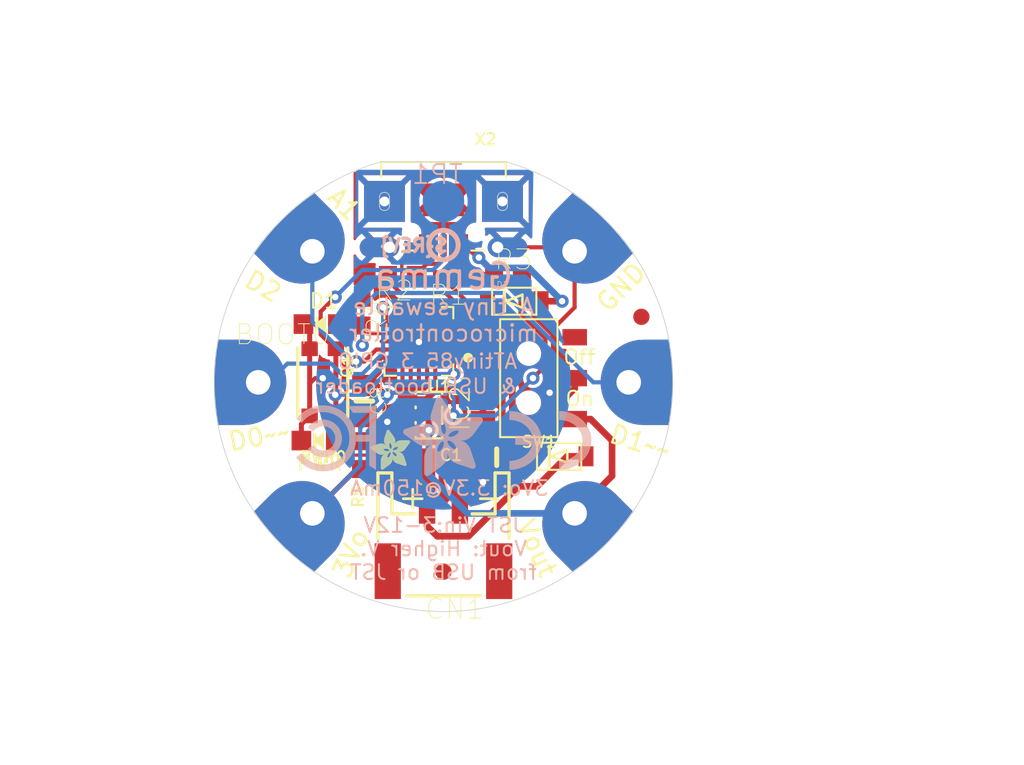
<source format=kicad_pcb>
(kicad_pcb (version 20221018) (generator pcbnew)
  (layers (0 "F.Cu" signal) (1 "In1.Cu" signal) (2 "In2.Cu" signal) (3 "In3.Cu" signal) (4 "In4.Cu" signal) (5 "In5.Cu" signal) (6 "In6.Cu" signal) (7 "In7.Cu" signal) (8 "In8.Cu" signal) (9 "In9.Cu" signal) (10 "In10.Cu" signal) (11 "In11.Cu" signal) (12 "In12.Cu" signal) (13 "In13.Cu" signal) (14 "In14.Cu" signal) (31 "B.Cu" signal) (34 "B.Paste" user) (35 "F.Paste" user) (36 "B.SilkS" user "B.Silkscreen") (37 "F.SilkS" user "F.Silkscreen") (38 "B.Mask" user) (39 "F.Mask" user) (44 "Edge.Cuts" user))
  (net 0 "")
  (net 1 "N$3")
  (net 2 "N$4")
  (net 3 "GND")
  (net 4 "+3V3")
  (net 5 "N$2")
  (net 6 "N$5")
  (net 7 "VBUS")
  (net 8 "B0")
  (net 9 "B2")
  (net 10 "N$1")
  (net 11 "B1")
  (net 12 "N$6")
  (net 13 "VBAT")
  (net 14 "N$7")
  (net 15 "N$8")
  (net 16 "N$9")
  (footprint "working:SEWINGTAP_2.0" (layer "F.Cu") (at 156.5021 112.738005 -135)
    (fp_text reference "VBAT0" hide)
    (fp_text value "SEWTAP-2.0IN" hide)
    (fp_poly (pts (xy 1.097845 -2.657662) (xy 1.826708 -2.584729) (xy 2.6035 -2.467646) (xy 2.6035 -0.887081) (xy 2.584633 -0.575169) (xy 2.527959 -0.265914) (xy 2.434423 0.034255) (xy 2.305387 0.320961) (xy 2.142734 0.590022) (xy 1.948834 0.837517) (xy 1.726517 1.059834) (xy 1.479022 1.253734) (xy 1.209961 1.416387) (xy 0.923255 1.545423) (xy 0.623086 1.638959) (xy 0.313831 1.695633) (xy 0 1.714616) (xy -0.313831 1.695633) (xy -0.623086 1.638959) (xy -0.923255 1.545423) (xy -1.209961 1.416387) (xy -1.479022 1.253734) (xy -1.726517 1.059834) (xy -1.948834 0.837517) (xy -2.142734 0.590022) (xy -2.305387 0.320961) (xy -2.434423 0.034255) (xy -2.527959 -0.265914) (xy -2.584633 -0.575169) (xy -2.6035 -0.887081) (xy -2.6035 -2.467646) (xy -1.826708 -2.584729) (xy -1.097845 -2.657662) (xy -0.366252 -2.694174) (xy 0.366252 -2.694174)) (fill solid) (layer "F.Cu"))
    (fp_poly (pts (xy 1.097845 -2.657662) (xy 1.826708 -2.584729) (xy 2.6035 -2.467646) (xy 2.6035 -0.887081) (xy 2.584633 -0.575169) (xy 2.527959 -0.265914) (xy 2.434423 0.034255) (xy 2.305387 0.320961) (xy 2.142734 0.590022) (xy 1.948834 0.837517) (xy 1.726517 1.059834) (xy 1.479022 1.253734) (xy 1.209961 1.416387) (xy 0.923255 1.545423) (xy 0.623086 1.638959) (xy 0.313831 1.695633) (xy 0 1.714616) (xy -0.313831 1.695633) (xy -0.623086 1.638959) (xy -0.923255 1.545423) (xy -1.209961 1.416387) (xy -1.479022 1.253734) (xy -1.726517 1.059834) (xy -1.948834 0.837517) (xy -2.142734 0.590022) (xy -2.305387 0.320961) (xy -2.434423 0.034255) (xy -2.527959 -0.265914) (xy -2.584633 -0.575169) (xy -2.6035 -0.887081) (xy -2.6035 -2.467646) (xy -1.826708 -2.584729) (xy -1.097845 -2.657662) (xy -0.366252 -2.694174) (xy 0.366252 -2.694174)) (fill solid) (layer "B.Cu"))
    (pad "P$1" thru_hole circle (at 0 0 225) (size 2.54 2.54) (drill 1.5) (layers "*.Cu" "*.Mask") (net 14 "N$7"))
  )
  (footprint "working:0603-NO" (layer "F.Cu") (at 143.4211 109.182005 -90)
    (fp_text reference "R5" (at 1.778 0.127 90) (layer "F.SilkS") (effects (font (size 0.692831 0.692831) (thickness 0.119969)) (justify right)))
    (fp_text value "470 (0603)")
    (pad "1" smd rect (at -0.85 0 270) (size 1.1 1) (layers "F.Cu" "F.Paste" "F.Mask") (net 15 "N$8"))
    (pad "2" smd rect (at 0.85 0 270) (size 1.1 1) (layers "F.Cu" "F.Paste" "F.Mask") (net 4 "+3V3"))
  )
  (footprint "working:FIDUCIAL_1MM" (layer "F.Cu") (at 148.5011 116.297005)
    (fp_text reference "U$6" hide)
    (fp_text value "FIDUCIAL\"\"" hide)
    (pad "1" smd roundrect (at 0 0) (size 1 1) (layers "F.Cu" "F.Mask") (roundrect_rratio 0.5))
  )
  (footprint "working:0603-NO" (layer "F.Cu") (at 149.2631 98.387005 180)
    (fp_text reference "R1" (at -0.762 -1.016) (layer "F.SilkS") (effects (font (size 1.21668 1.21668) (thickness 0.05332)) (justify right)))
    (fp_text value "68 (0603)")
    (pad "1" smd rect (at -0.85 0 180) (size 1.1 1) (layers "F.Cu" "F.Paste" "F.Mask") (net 6 "N$5"))
    (pad "2" smd rect (at 0.85 0 180) (size 1.1 1) (layers "F.Cu" "F.Paste" "F.Mask") (net 1 "N$3"))
  )
  (footprint "working:SEWINGTAP_2.0" (layer "F.Cu") (at 159.8041 104.737005 -90)
    (fp_text reference "B1" hide)
    (fp_text value "SEWTAP-2.0IN" hide)
    (fp_poly (pts (xy 1.097845 -2.657662) (xy 1.826708 -2.584729) (xy 2.6035 -2.467646) (xy 2.6035 -0.887081) (xy 2.584633 -0.575169) (xy 2.527959 -0.265914) (xy 2.434423 0.034255) (xy 2.305387 0.320961) (xy 2.142734 0.590022) (xy 1.948834 0.837517) (xy 1.726517 1.059834) (xy 1.479022 1.253734) (xy 1.209961 1.416387) (xy 0.923255 1.545423) (xy 0.623086 1.638959) (xy 0.313831 1.695633) (xy 0 1.714616) (xy -0.313831 1.695633) (xy -0.623086 1.638959) (xy -0.923255 1.545423) (xy -1.209961 1.416387) (xy -1.479022 1.253734) (xy -1.726517 1.059834) (xy -1.948834 0.837517) (xy -2.142734 0.590022) (xy -2.305387 0.320961) (xy -2.434423 0.034255) (xy -2.527959 -0.265914) (xy -2.584633 -0.575169) (xy -2.6035 -0.887081) (xy -2.6035 -2.467646) (xy -1.826708 -2.584729) (xy -1.097845 -2.657662) (xy -0.366252 -2.694174) (xy 0.366252 -2.694174)) (fill solid) (layer "F.Cu"))
    (fp_poly (pts (xy 1.097845 -2.657662) (xy 1.826708 -2.584729) (xy 2.6035 -2.467646) (xy 2.6035 -0.887081) (xy 2.584633 -0.575169) (xy 2.527959 -0.265914) (xy 2.434423 0.034255) (xy 2.305387 0.320961) (xy 2.142734 0.590022) (xy 1.948834 0.837517) (xy 1.726517 1.059834) (xy 1.479022 1.253734) (xy 1.209961 1.416387) (xy 0.923255 1.545423) (xy 0.623086 1.638959) (xy 0.313831 1.695633) (xy 0 1.714616) (xy -0.313831 1.695633) (xy -0.623086 1.638959) (xy -0.923255 1.545423) (xy -1.209961 1.416387) (xy -1.479022 1.253734) (xy -1.726517 1.059834) (xy -1.948834 0.837517) (xy -2.142734 0.590022) (xy -2.305387 0.320961) (xy -2.434423 0.034255) (xy -2.527959 -0.265914) (xy -2.584633 -0.575169) (xy -2.6035 -0.887081) (xy -2.6035 -2.467646) (xy -1.826708 -2.584729) (xy -1.097845 -2.657662) (xy -0.366252 -2.694174) (xy 0.366252 -2.694174)) (fill solid) (layer "B.Cu"))
    (pad "P$1" thru_hole circle (at 0 0 270) (size 2.54 2.54) (drill 1.5) (layers "*.Cu" "*.Mask") (net 11 "B1"))
  )
  (footprint "working:SEWINGTAP_2.0" (layer "F.Cu") (at 156.5021 96.736005 -45)
    (fp_text reference "GND0" hide)
    (fp_text value "SEWTAP-2.0IN" hide)
    (fp_poly (pts (xy 1.097845 -2.657662) (xy 1.826708 -2.584729) (xy 2.6035 -2.467646) (xy 2.6035 -0.887081) (xy 2.584633 -0.575169) (xy 2.527959 -0.265914) (xy 2.434423 0.034255) (xy 2.305387 0.320961) (xy 2.142734 0.590022) (xy 1.948834 0.837517) (xy 1.726517 1.059834) (xy 1.479022 1.253734) (xy 1.209961 1.416387) (xy 0.923255 1.545423) (xy 0.623086 1.638959) (xy 0.313831 1.695633) (xy 0 1.714616) (xy -0.313831 1.695633) (xy -0.623086 1.638959) (xy -0.923255 1.545423) (xy -1.209961 1.416387) (xy -1.479022 1.253734) (xy -1.726517 1.059834) (xy -1.948834 0.837517) (xy -2.142734 0.590022) (xy -2.305387 0.320961) (xy -2.434423 0.034255) (xy -2.527959 -0.265914) (xy -2.584633 -0.575169) (xy -2.6035 -0.887081) (xy -2.6035 -2.467646) (xy -1.826708 -2.584729) (xy -1.097845 -2.657662) (xy -0.366252 -2.694174) (xy 0.366252 -2.694174)) (fill solid) (layer "F.Cu"))
    (fp_poly (pts (xy 1.097845 -2.657662) (xy 1.826708 -2.584729) (xy 2.6035 -2.467646) (xy 2.6035 -0.887081) (xy 2.584633 -0.575169) (xy 2.527959 -0.265914) (xy 2.434423 0.034255) (xy 2.305387 0.320961) (xy 2.142734 0.590022) (xy 1.948834 0.837517) (xy 1.726517 1.059834) (xy 1.479022 1.253734) (xy 1.209961 1.416387) (xy 0.923255 1.545423) (xy 0.623086 1.638959) (xy 0.313831 1.695633) (xy 0 1.714616) (xy -0.313831 1.695633) (xy -0.623086 1.638959) (xy -0.923255 1.545423) (xy -1.209961 1.416387) (xy -1.479022 1.253734) (xy -1.726517 1.059834) (xy -1.948834 0.837517) (xy -2.142734 0.590022) (xy -2.305387 0.320961) (xy -2.434423 0.034255) (xy -2.527959 -0.265914) (xy -2.584633 -0.575169) (xy -2.6035 -0.887081) (xy -2.6035 -2.467646) (xy -1.826708 -2.584729) (xy -1.097845 -2.657662) (xy -0.366252 -2.694174) (xy 0.366252 -2.694174)) (fill solid) (layer "B.Cu"))
    (pad "P$1" thru_hole circle (at 0 0 315) (size 2.54 2.54) (drill 1.5) (layers "*.Cu" "*.Mask") (net 3 "GND"))
  )
  (footprint "working:SOD-123FL" (layer "F.Cu") (at 155.5591 109.255005)
    (fp_text reference "D3" (at -1.1 -1) (layer "F.SilkS") (effects (font (size 0.376489 0.376489) (thickness 0.029911)) (justify left)))
    (fp_text value "SCHOTTKY")
    (pad "A" smd rect (at 1.6375 0) (size 0.91 1.22) (layers "F.Cu" "F.Paste" "F.Mask") (net 13 "VBAT"))
    (pad "C" smd rect (at -1.6375 0) (size 0.91 1.22) (layers "F.Cu" "F.Paste" "F.Mask") (net 16 "N$9"))
  )
  (footprint "working:0603-NO" (layer "F.Cu") (at 152.4381 98.133005)
    (fp_text reference "R3" (at -0.889 -0.889) (layer "F.SilkS") (effects (font (size 1.21668 1.21668) (thickness 0.05332)) (justify left)))
    (fp_text value "1.5K (0603)")
    (pad "1" smd rect (at -0.85 0) (size 1.1 1) (layers "F.Cu" "F.Paste" "F.Mask") (net 6 "N$5"))
    (pad "2" smd rect (at 0.85 0) (size 1.1 1) (layers "F.Cu" "F.Paste" "F.Mask") (net 4 "+3V3"))
  )
  (footprint "working:EG1390" (layer "F.Cu") (at 153.7081 104.483005 90)
    (fp_text reference "SW1" (at -3.886 1.764) (layer "F.SilkS") (effects (font (size 0.692831 0.692831) (thickness 0.119969)) (justify right)))
    (fp_text value "")
    (pad "" np_thru_hole circle (at -1.5 0 90) (size 1 1) (drill 1) (layers "*.Cu" "*.Mask"))
    (pad "" np_thru_hole circle (at 1.5 0 90) (size 1 1) (drill 1) (layers "*.Cu" "*.Mask"))
    (pad "O1" smd rect (at -2.5 -2.8 90) (size 1 1.5) (layers "F.Cu" "F.Paste" "F.Mask") (net 14 "N$7"))
    (pad "O2" smd rect (at -2.5 2.8 90) (size 1 1.5) (layers "F.Cu" "F.Paste" "F.Mask") (net 14 "N$7"))
    (pad "P1" smd rect (at 0 -2.8 90) (size 1 1.5) (layers "F.Cu" "F.Paste" "F.Mask") (net 16 "N$9"))
    (pad "P2" smd rect (at 0 2.8 90) (size 1 1.5) (layers "F.Cu" "F.Paste" "F.Mask") (net 16 "N$9"))
    (pad "S1" smd rect (at 2.5 -2.8 90) (size 1 1.5) (layers "F.Cu" "F.Paste" "F.Mask"))
    (pad "S2" smd rect (at 2.5 2.8 90) (size 1 1.5) (layers "F.Cu" "F.Paste" "F.Mask"))
  )
  (footprint "working:JSTPH2" (layer "F.Cu") (at 148.5011 114.770005 180)
    (fp_text reference "CN1" (at -2.54 -3.81) (layer "F.SilkS") (effects (font (size 1.21668 1.21668) (thickness 0.05332)) (justify right)))
    (fp_text value "JST-PH")
    (pad "1" smd rect (at -1 3.7 180) (size 1 4.6) (layers "F.Cu" "F.Paste" "F.Mask") (net 3 "GND"))
    (pad "2" smd rect (at 1 3.7 180) (size 1 4.6) (layers "F.Cu" "F.Paste" "F.Mask") (net 13 "VBAT"))
    (pad "NC1" smd rect (at -3.4 -1.5 270) (size 3.4 1.6) (layers "F.Cu" "F.Paste" "F.Mask"))
    (pad "NC2" smd rect (at 3.4 -1.5 270) (size 3.4 1.6) (layers "F.Cu" "F.Paste" "F.Mask"))
  )
  (footprint "working:0805-NO" (layer "F.Cu") (at 143.6751 105.880005 -90)
    (fp_text reference "C8" (at -1 -0.875 90) (layer "F.SilkS") (effects (font (size 0.96268 0.96268) (thickness 0.05332)) (justify right)))
    (fp_text value "10uF")
    (pad "1" smd rect (at -0.95 0 270) (size 1.3 1.5) (layers "F.Cu" "F.Paste" "F.Mask") (net 4 "+3V3"))
    (pad "2" smd rect (at 0.95 0 270) (size 1.3 1.5) (layers "F.Cu" "F.Paste" "F.Mask") (net 3 "GND"))
  )
  (footprint "working:CHIPLED_0805_NOOUTLINE" (layer "F.Cu") (at 140.8811 108.293005 90)
    (fp_text reference "PWR0" (at -1.016 1.778) (layer "F.SilkS") (effects (font (size 0.692831 0.692831) (thickness 0.119969)) (justify right)))
    (fp_text value "green")
    (pad "A" smd rect (at 0 1.05 90) (size 1.2 1.2) (layers "F.Cu" "F.Paste" "F.Mask") (net 15 "N$8"))
    (pad "C" smd rect (at 0 -1.05 90) (size 1.2 1.2) (layers "F.Cu" "F.Paste" "F.Mask") (net 3 "GND"))
  )
  (footprint "working:SOT23-5L" (layer "F.Cu") (at 147.6121 106.743605 -90)
    (fp_text reference "IC2" (at -1.905 -1.905 90) (layer "F.SilkS") (effects (font (size 1.176528 1.176528) (thickness 0.093472)) (justify right)))
    (fp_text value "MIC5225-3.3v")
    (pad "1" smd rect (at -0.95 1.3 270) (size 0.55 1.2) (layers "F.Cu" "F.Paste" "F.Mask") (net 14 "N$7"))
    (pad "2" smd rect (at 0 1.3 270) (size 0.55 1.2) (layers "F.Cu" "F.Paste" "F.Mask") (net 3 "GND"))
    (pad "3" smd rect (at 0.95 1.3 270) (size 0.55 1.2) (layers "F.Cu" "F.Paste" "F.Mask") (net 14 "N$7"))
    (pad "4" smd rect (at 0.95 -1.3 270) (size 0.55 1.2) (layers "F.Cu" "F.Paste" "F.Mask"))
    (pad "5" smd rect (at -0.95 -1.3 270) (size 0.55 1.2) (layers "F.Cu" "F.Paste" "F.Mask") (net 4 "+3V3"))
  )
  (footprint "working:4UCONN_20329" (layer "F.Cu") (at 148.5011 95.593005 180)
    (fp_text reference "X2" (at -3.31 5.699) (layer "F.SilkS") (effects (font (size 0.692831 0.692831) (thickness 0.119969)) (justify right)))
    (fp_text value "MicroUSB")
    (fp_line (start -3.9 2.2) (end -3.9 1.6) (stroke (width 0.05)) (layer "Edge.Cuts"))
    (fp_line (start -3.3 1.6) (end -3.3 2.2) (stroke (width 0.05)) (layer "Edge.Cuts"))
    (fp_line (start 3.3 2.2) (end 3.3 1.6) (stroke (width 0.05)) (layer "Edge.Cuts"))
    (fp_line (start 3.9 1.6) (end 3.9 2.2) (stroke (width 0.05)) (layer "Edge.Cuts"))
    (fp_arc (start -3.9 1.6) (mid -3.801777 1.412868) (end -3.6 1.35) (stroke (width 0.05)) (layer "Edge.Cuts"))
    (fp_arc (start -3.6 1.35) (mid -3.398223 1.412868) (end -3.3 1.6) (stroke (width 0.05)) (layer "Edge.Cuts"))
    (fp_arc (start -3.6 2.45) (mid -3.801777 2.387132) (end -3.9 2.2) (stroke (width 0.05)) (layer "Edge.Cuts"))
    (fp_arc (start -3.3 2.2) (mid -3.398223 2.387132) (end -3.6 2.45) (stroke (width 0.05)) (layer "Edge.Cuts"))
    (fp_arc (start 3.3 1.6) (mid 3.398223 1.412868) (end 3.6 1.35) (stroke (width 0.05)) (layer "Edge.Cuts"))
    (fp_arc (start 3.6 1.35) (mid 3.801777 1.412868) (end 3.9 1.6) (stroke (width 0.05)) (layer "Edge.Cuts"))
    (fp_arc (start 3.6 2.45) (mid 3.398223 2.387132) (end 3.3 2.2) (stroke (width 0.05)) (layer "Edge.Cuts"))
    (fp_arc (start 3.9 2.2) (mid 3.801777 2.387132) (end 3.6 2.45) (stroke (width 0.05)) (layer "Edge.Cuts"))
    (pad "" np_thru_hole circle (at -1.95 0 180) (size 0.7 0.7) (drill 0.7) (layers "*.Cu" "*.Mask"))
    (pad "" np_thru_hole circle (at 1.95 0 180) (size 0.7 0.7) (drill 0.7) (layers "*.Cu" "*.Mask"))
    (pad "BASE@1" smd rect (at -0.75 2 270) (size 2 1) (layers "F.Cu" "F.Paste" "F.Mask") (net 3 "GND"))
    (pad "BASE@2" smd rect (at 0.75 2 270) (size 2 1) (layers "F.Cu" "F.Paste" "F.Mask") (net 3 "GND"))
    (pad "D+" smd rect (at 0 -0.775 180) (size 0.4 1.35) (layers "F.Cu" "F.Paste") (net 5 "N$2"))
    (pad "D-" smd rect (at -0.65 -0.775 180) (size 0.4 1.35) (layers "F.Cu" "F.Paste") (net 6 "N$5"))
    (pad "GND" smd rect (at 1.3 -0.775 180) (size 0.4 1.35) (layers "F.Cu" "F.Paste") (net 3 "GND"))
    (pad "ID" smd rect (at 0.65 -0.775 180) (size 0.4 1.35) (layers "F.Cu" "F.Paste"))
    (pad "SPRT@1" thru_hole oval (at -3.3 -0.9) (size 2.416 1.208) (drill 0.7 (offset 0.604 0)) (layers "*.Cu" "*.Mask") (net 3 "GND"))
    (pad "SPRT@2" thru_hole oval (at 3.3 -0.9 180) (size 2.416 1.208) (drill 0.7 (offset 0.604 0)) (layers "*.Cu" "*.Mask") (net 3 "GND"))
    (pad "SPRT@3" thru_hole rect (at -3.6 1.9 270) (size 2.5 2.5) (drill 0.6) (layers "*.Cu" "*.Mask") (net 3 "GND"))
    (pad "SPRT@4" thru_hole rect (at 3.6 1.9 270) (size 2.5 2.5) (drill 0.6) (layers "*.Cu" "*.Mask") (net 3 "GND"))
    (pad "VBUS" smd rect (at -1.3 -0.775 180) (size 0.4 1.35) (layers "F.Cu" "F.Paste") (net 7 "VBUS"))
  )
  (footprint "working:SEWINGTAP_2.0" (layer "F.Cu") (at 140.5001 112.738005 135)
    (fp_text reference "UNK3V3" hide)
    (fp_text value "SEWTAP-2.0IN" hide)
    (fp_poly (pts (xy 1.097845 -2.657662) (xy 1.826708 -2.584729) (xy 2.6035 -2.467646) (xy 2.6035 -0.887081) (xy 2.584633 -0.575169) (xy 2.527959 -0.265914) (xy 2.434423 0.034255) (xy 2.305387 0.320961) (xy 2.142734 0.590022) (xy 1.948834 0.837517) (xy 1.726517 1.059834) (xy 1.479022 1.253734) (xy 1.209961 1.416387) (xy 0.923255 1.545423) (xy 0.623086 1.638959) (xy 0.313831 1.695633) (xy 0 1.714616) (xy -0.313831 1.695633) (xy -0.623086 1.638959) (xy -0.923255 1.545423) (xy -1.209961 1.416387) (xy -1.479022 1.253734) (xy -1.726517 1.059834) (xy -1.948834 0.837517) (xy -2.142734 0.590022) (xy -2.305387 0.320961) (xy -2.434423 0.034255) (xy -2.527959 -0.265914) (xy -2.584633 -0.575169) (xy -2.6035 -0.887081) (xy -2.6035 -2.467646) (xy -1.826708 -2.584729) (xy -1.097845 -2.657662) (xy -0.366252 -2.694174) (xy 0.366252 -2.694174)) (fill solid) (layer "F.Cu"))
    (fp_poly (pts (xy 1.097845 -2.657662) (xy 1.826708 -2.584729) (xy 2.6035 -2.467646) (xy 2.6035 -0.887081) (xy 2.584633 -0.575169) (xy 2.527959 -0.265914) (xy 2.434423 0.034255) (xy 2.305387 0.320961) (xy 2.142734 0.590022) (xy 1.948834 0.837517) (xy 1.726517 1.059834) (xy 1.479022 1.253734) (xy 1.209961 1.416387) (xy 0.923255 1.545423) (xy 0.623086 1.638959) (xy 0.313831 1.695633) (xy 0 1.714616) (xy -0.313831 1.695633) (xy -0.623086 1.638959) (xy -0.923255 1.545423) (xy -1.209961 1.416387) (xy -1.479022 1.253734) (xy -1.726517 1.059834) (xy -1.948834 0.837517) (xy -2.142734 0.590022) (xy -2.305387 0.320961) (xy -2.434423 0.034255) (xy -2.527959 -0.265914) (xy -2.584633 -0.575169) (xy -2.6035 -0.887081) (xy -2.6035 -2.467646) (xy -1.826708 -2.584729) (xy -1.097845 -2.657662) (xy -0.366252 -2.694174) (xy 0.366252 -2.694174)) (fill solid) (layer "B.Cu"))
    (pad "P$1" thru_hole circle (at 0 0 135) (size 2.54 2.54) (drill 1.5) (layers "*.Cu" "*.Mask") (net 4 "+3V3"))
  )
  (footprint "working:SEWINGTAP_2.0" (layer "F.Cu") (at 137.1981 104.737005 90)
    (fp_text reference "B0" hide)
    (fp_text value "SEWTAP-2.0IN" hide)
    (fp_poly (pts (xy 1.097845 -2.657662) (xy 1.826708 -2.584729) (xy 2.6035 -2.467646) (xy 2.6035 -0.887081) (xy 2.584633 -0.575169) (xy 2.527959 -0.265914) (xy 2.434423 0.034255) (xy 2.305387 0.320961) (xy 2.142734 0.590022) (xy 1.948834 0.837517) (xy 1.726517 1.059834) (xy 1.479022 1.253734) (xy 1.209961 1.416387) (xy 0.923255 1.545423) (xy 0.623086 1.638959) (xy 0.313831 1.695633) (xy 0 1.714616) (xy -0.313831 1.695633) (xy -0.623086 1.638959) (xy -0.923255 1.545423) (xy -1.209961 1.416387) (xy -1.479022 1.253734) (xy -1.726517 1.059834) (xy -1.948834 0.837517) (xy -2.142734 0.590022) (xy -2.305387 0.320961) (xy -2.434423 0.034255) (xy -2.527959 -0.265914) (xy -2.584633 -0.575169) (xy -2.6035 -0.887081) (xy -2.6035 -2.467646) (xy -1.826708 -2.584729) (xy -1.097845 -2.657662) (xy -0.366252 -2.694174) (xy 0.366252 -2.694174)) (fill solid) (layer "F.Cu"))
    (fp_poly (pts (xy 1.097845 -2.657662) (xy 1.826708 -2.584729) (xy 2.6035 -2.467646) (xy 2.6035 -0.887081) (xy 2.584633 -0.575169) (xy 2.527959 -0.265914) (xy 2.434423 0.034255) (xy 2.305387 0.320961) (xy 2.142734 0.590022) (xy 1.948834 0.837517) (xy 1.726517 1.059834) (xy 1.479022 1.253734) (xy 1.209961 1.416387) (xy 0.923255 1.545423) (xy 0.623086 1.638959) (xy 0.313831 1.695633) (xy 0 1.714616) (xy -0.313831 1.695633) (xy -0.623086 1.638959) (xy -0.923255 1.545423) (xy -1.209961 1.416387) (xy -1.479022 1.253734) (xy -1.726517 1.059834) (xy -1.948834 0.837517) (xy -2.142734 0.590022) (xy -2.305387 0.320961) (xy -2.434423 0.034255) (xy -2.527959 -0.265914) (xy -2.584633 -0.575169) (xy -2.6035 -0.887081) (xy -2.6035 -2.467646) (xy -1.826708 -2.584729) (xy -1.097845 -2.657662) (xy -0.366252 -2.694174) (xy 0.366252 -2.694174)) (fill solid) (layer "B.Cu"))
    (pad "P$1" thru_hole circle (at 0 0 90) (size 2.54 2.54) (drill 1.5) (layers "*.Cu" "*.Mask") (net 8 "B0"))
  )
  (footprint "working:0805-NO" (layer "F.Cu") (at 151.7491 109.309005 180)
    (fp_text reference "C1" (at 2.032 0.127) (layer "F.SilkS") (effects (font (size 0.692831 0.692831) (thickness 0.119969)) (justify right)))
    (fp_text value "10uF")
    (pad "1" smd rect (at -0.95 0 180) (size 1.3 1.5) (layers "F.Cu" "F.Paste" "F.Mask") (net 16 "N$9"))
    (pad "2" smd rect (at 0.95 0 180) (size 1.3 1.5) (layers "F.Cu" "F.Paste" "F.Mask") (net 3 "GND"))
  )
  (footprint "working:0603-NO" (layer "F.Cu") (at 145.9611 98.133005 180)
    (fp_text reference "R2" (at -0.762 -1.016) (layer "F.SilkS") (effects (font (size 1.21668 1.21668) (thickness 0.05332)) (justify right)))
    (fp_text value "68 (0603)")
    (pad "1" smd rect (at -0.85 0 180) (size 1.1 1) (layers "F.Cu" "F.Paste" "F.Mask") (net 5 "N$2"))
    (pad "2" smd rect (at 0.85 0 180) (size 1.1 1) (layers "F.Cu" "F.Paste" "F.Mask") (net 2 "N$4"))
  )
  (footprint "working:BTN_KMR2_4.6X2.8" (layer "F.Cu") (at 141.1351 104.737005 -90)
    (fp_text reference "Q1" (at -1.732 -1.503 90) (layer "F.SilkS") (effects (font (size 0.692831 0.692831) (thickness 0.119969)) (justify right)))
    (fp_text value "reset")
    (pad "A" smd rect (at 2.05 -0.8 270) (size 0.9 1) (layers "F.Cu" "F.Paste" "F.Mask") (net 10 "N$1"))
    (pad "A'" smd rect (at -2.05 -0.8 270) (size 0.9 1) (layers "F.Cu" "F.Paste" "F.Mask") (net 10 "N$1"))
    (pad "B" smd rect (at 2.05 0.8 270) (size 0.9 1) (layers "F.Cu" "F.Paste" "F.Mask") (net 3 "GND"))
    (pad "B'" smd rect (at -2.05 0.8 270) (size 0.9 1) (layers "F.Cu" "F.Paste" "F.Mask") (net 3 "GND"))
  )
  (footprint "working:0603-NO" (layer "F.Cu") (at 143.5481 100.419005 -90)
    (fp_text reference "R4" (at -0.889 -0.889 90) (layer "F.SilkS") (effects (font (size 1.21668 1.21668) (thickness 0.05332)) (justify right)))
    (fp_text value "470 (0603)")
    (pad "1" smd rect (at -0.85 0 270) (size 1.1 1) (layers "F.Cu" "F.Paste" "F.Mask") (net 12 "N$6"))
    (pad "2" smd rect (at 0.85 0 270) (size 1.1 1) (layers "F.Cu" "F.Paste" "F.Mask") (net 11 "B1"))
  )
  (footprint "working:MLF20_4X4MM_0.5MM_ATMEL" (layer "F.Cu") (at 147.0011 102.237005 180)
    (fp_text reference "U1" (at -2.012 -2.77) (layer "F.SilkS") (effects (font (size 0.692831 0.692831) (thickness 0.119969)) (justify right)))
    (fp_text value "ATTINY85")
    (pad "1" smd roundrect (at -2 -1 180) (size 0.8 0.25) (layers "F.Cu" "F.Paste" "F.Mask") (roundrect_rratio 0.5) (net 10 "N$1"))
    (pad "2" smd roundrect (at -2 -0.5 180) (size 0.8 0.25) (layers "F.Cu" "F.Paste" "F.Mask") (roundrect_rratio 0.5) (net 1 "N$3"))
    (pad "3" smd roundrect (at -2 0 180) (size 0.8 0.25) (layers "F.Cu" "F.Paste" "F.Mask") (roundrect_rratio 0.5))
    (pad "4" smd roundrect (at -2 0.5 180) (size 0.8 0.25) (layers "F.Cu" "F.Paste" "F.Mask") (roundrect_rratio 0.5))
    (pad "5" smd roundrect (at -2 1 180) (size 0.8 0.25) (layers "F.Cu" "F.Paste" "F.Mask") (roundrect_rratio 0.5) (net 2 "N$4"))
    (pad "6" smd roundrect (at -1 2 270) (size 0.8 0.25) (layers "F.Cu" "F.Paste" "F.Mask") (roundrect_rratio 0.5))
    (pad "7" smd roundrect (at -0.5 2 270) (size 0.8 0.25) (layers "F.Cu" "F.Paste" "F.Mask") (roundrect_rratio 0.5))
    (pad "8" smd roundrect (at 0 2 270) (size 0.8 0.25) (layers "F.Cu" "F.Paste" "F.Mask") (roundrect_rratio 0.5) (net 3 "GND"))
    (pad "9" smd roundrect (at 0.5 2 270) (size 0.8 0.25) (layers "F.Cu" "F.Paste" "F.Mask") (roundrect_rratio 0.5))
    (pad "10" smd roundrect (at 1 2 270) (size 0.8 0.25) (layers "F.Cu" "F.Paste" "F.Mask") (roundrect_rratio 0.5))
    (pad "11" smd roundrect (at 2 1) (size 0.8 0.25) (layers "F.Cu" "F.Paste" "F.Mask") (roundrect_rratio 0.5) (net 8 "B0"))
    (pad "12" smd roundrect (at 2 0.5) (size 0.8 0.25) (layers "F.Cu" "F.Paste" "F.Mask") (roundrect_rratio 0.5) (net 11 "B1"))
    (pad "13" smd roundrect (at 2 0) (size 0.8 0.25) (layers "F.Cu" "F.Paste" "F.Mask") (roundrect_rratio 0.5))
    (pad "14" smd roundrect (at 2 -0.5) (size 0.8 0.25) (layers "F.Cu" "F.Paste" "F.Mask") (roundrect_rratio 0.5) (net 9 "B2"))
    (pad "15" smd roundrect (at 2 -1) (size 0.8 0.25) (layers "F.Cu" "F.Paste" "F.Mask") (roundrect_rratio 0.5) (net 4 "+3V3"))
    (pad "16" smd roundrect (at 1 -2 90) (size 0.8 0.25) (layers "F.Cu" "F.Paste" "F.Mask") (roundrect_rratio 0.5))
    (pad "17" smd roundrect (at 0.5 -2 90) (size 0.8 0.25) (layers "F.Cu" "F.Paste" "F.Mask") (roundrect_rratio 0.5))
    (pad "18" smd roundrect (at 0 -2 90) (size 0.8 0.25) (layers "F.Cu" "F.Paste" "F.Mask") (roundrect_rratio 0.5))
    (pad "19" smd roundrect (at -0.5 -2 90) (size 0.8 0.25) (layers "F.Cu" "F.Paste" "F.Mask") (roundrect_rratio 0.5))
    (pad "20" smd roundrect (at -1 -2 90) (size 0.8 0.25) (layers "F.Cu" "F.Paste" "F.Mask") (roundrect_rratio 0.5))
    (pad "THERMAL" smd rect (at 0 0 180) (size 2.6 2.6) (layers "F.Cu" "F.Mask") (net 3 "GND"))
  )
  (footprint "working:ADAFRUIT_2.5MM" (layer "F.Cu") (at 146.4691 110.071005 90)
    (fp_text reference "U$2" hide)
    (fp_text value "" hide)
  )
  (footprint "working:SEWINGTAP_2.0" (layer "F.Cu") (at 140.5001 96.736005 45)
    (fp_text reference "B2" hide)
    (fp_text value "SEWTAP-2.0IN" hide)
    (fp_poly (pts (xy 1.097845 -2.657662) (xy 1.826708 -2.584729) (xy 2.6035 -2.467646) (xy 2.6035 -0.887081) (xy 2.584633 -0.575169) (xy 2.527959 -0.265914) (xy 2.434423 0.034255) (xy 2.305387 0.320961) (xy 2.142734 0.590022) (xy 1.948834 0.837517) (xy 1.726517 1.059834) (xy 1.479022 1.253734) (xy 1.209961 1.416387) (xy 0.923255 1.545423) (xy 0.623086 1.638959) (xy 0.313831 1.695633) (xy 0 1.714616) (xy -0.313831 1.695633) (xy -0.623086 1.638959) (xy -0.923255 1.545423) (xy -1.209961 1.416387) (xy -1.479022 1.253734) (xy -1.726517 1.059834) (xy -1.948834 0.837517) (xy -2.142734 0.590022) (xy -2.305387 0.320961) (xy -2.434423 0.034255) (xy -2.527959 -0.265914) (xy -2.584633 -0.575169) (xy -2.6035 -0.887081) (xy -2.6035 -2.467646) (xy -1.826708 -2.584729) (xy -1.097845 -2.657662) (xy -0.366252 -2.694174) (xy 0.366252 -2.694174)) (fill solid) (layer "F.Cu"))
    (fp_poly (pts (xy 1.097845 -2.657662) (xy 1.826708 -2.584729) (xy 2.6035 -2.467646) (xy 2.6035 -0.887081) (xy 2.584633 -0.575169) (xy 2.527959 -0.265914) (xy 2.434423 0.034255) (xy 2.305387 0.320961) (xy 2.142734 0.590022) (xy 1.948834 0.837517) (xy 1.726517 1.059834) (xy 1.479022 1.253734) (xy 1.209961 1.416387) (xy 0.923255 1.545423) (xy 0.623086 1.638959) (xy 0.313831 1.695633) (xy 0 1.714616) (xy -0.313831 1.695633) (xy -0.623086 1.638959) (xy -0.923255 1.545423) (xy -1.209961 1.416387) (xy -1.479022 1.253734) (xy -1.726517 1.059834) (xy -1.948834 0.837517) (xy -2.142734 0.590022) (xy -2.305387 0.320961) (xy -2.434423 0.034255) (xy -2.527959 -0.265914) (xy -2.584633 -0.575169) (xy -2.6035 -0.887081) (xy -2.6035 -2.467646) (xy -1.826708 -2.584729) (xy -1.097845 -2.657662) (xy -0.366252 -2.694174) (xy 0.366252 -2.694174)) (fill solid) (layer "B.Cu"))
    (pad "P$1" thru_hole circle (at 0 0 45) (size 2.54 2.54) (drill 1.5) (layers "*.Cu" "*.Mask") (net 9 "B2"))
  )
  (footprint "working:SOD-123FL" (layer "F.Cu") (at 152.8191 99.784005)
    (fp_text reference "D2" (at -1.1 -1) (layer "F.SilkS") (effects (font (size 0.376489 0.376489) (thickness 0.029911)) (justify left)))
    (fp_text value "SCHOTTKY")
    (pad "A" smd rect (at 1.6375 0) (size 0.91 1.22) (layers "F.Cu" "F.Paste" "F.Mask") (net 7 "VBUS"))
    (pad "C" smd rect (at -1.6375 0) (size 0.91 1.22) (layers "F.Cu" "F.Paste" "F.Mask") (net 16 "N$9"))
  )
  (footprint "working:CHIPLED_0805_NOOUTLINE" (layer "F.Cu") (at 141.0081 101.181005 90)
    (fp_text reference "BOOT0" (at -0.635 0.635) (layer "F.SilkS") (effects (font (size 1.21668 1.21668) (thickness 0.05332)) (justify right)))
    (fp_text value "red")
    (pad "A" smd rect (at 0 1.05 90) (size 1.2 1.2) (layers "F.Cu" "F.Paste" "F.Mask") (net 12 "N$6"))
    (pad "C" smd rect (at 0 -1.05 90) (size 1.2 1.2) (layers "F.Cu" "F.Paste" "F.Mask") (net 3 "GND"))
  )
  (footprint "working:FIDUCIAL_1MM" (layer "F.Cu") (at 160.5771 100.738005 90)
    (fp_text reference "U$1" hide)
    (fp_text value "FIDUCIAL\"\"" hide)
    (pad "1" smd roundrect (at 0 0 90) (size 1 1) (layers "F.Cu" "F.Mask") (roundrect_rratio 0.5))
  )
  (footprint "working:ADAFRUIT_5MM" (layer "B.Cu") (at 150.9141 110.452005 180)
    (fp_text reference "U$7" hide)
    (fp_text value "" hide)
  )
  (footprint "working:SYMBOL_FCC_5MM" (layer "B.Cu") (at 144.4371 110.198005 180)
    (fp_text reference "U$8" hide)
    (fp_text value "" hide)
  )
  (footprint "working:PCBFEAT-REV-040" (layer "B.Cu") (at 148.5011 96.355005 180)
    (fp_text reference "U$10" hide)
    (fp_text value "" hide)
    (fp_text user "${REV}" (at -0.3556 -0.508) (layer "B.SilkS") (effects (font (size 0.8128 0.8128) (thickness 0.2032)) (justify left bottom mirror)))
  )
  (footprint "working:B2,54" (layer "B.Cu") (at 148.5011 93.688005 180)
    (fp_text reference "TP1" (at -1.27 1.651) (layer "B.SilkS") (effects (font (size 1.1557 1.1557) (thickness 0.1143)) (justify left mirror)))
    (fp_text value "TPB2,54")
    (pad "TP" smd roundrect (at 0 0 180) (size 2.54 2.54) (layers "B.Cu" "B.Mask") (roundrect_rratio 0.5) (net 10 "N$1"))
  )
  (footprint "working:SYMBOL_CE_5MM" (layer "B.Cu") (at 157.5181 110.071005 180)
    (fp_text reference "U$9" hide)
    (fp_text value "" hide)
  )
  (gr_line (start 144.6911 91.275005) (end 152.3111 91.275005) (stroke (width 0.05)) (layer "Edge.Cuts"))
  (gr_arc (start 152.3111 91.275005) (mid 148.5011 118.732194) (end 144.6911 91.275005) (stroke (width 0.05)) (layer "Edge.Cuts"))
  (gr_text "JST Vin:3-12V\nVout: Higher V.\nfrom USB or JST" (at 148.5011 114.897005) (layer "B.SilkS") (effects (font (size 0.89408 0.89408) (thickness 0.12192)) (justify mirror)))
  (gr_text "A tiny sewable\nmicrocontroller" (at 148.5011 100.927005) (layer "B.SilkS") (effects (font (size 1.00584 1.00584) (thickness 0.13716)) (justify mirror)))
  (gr_text "3Vo: 3.3V@150mA" (at 154.9781 111.722005) (layer "B.SilkS") (effects (font (size 0.89408 0.89408) (thickness 0.12192)) (justify left bottom mirror)))
  (gr_text "& USB bootloader" (at 153.0731 105.499005) (layer "B.SilkS") (effects (font (size 0.89408 0.89408) (thickness 0.12192)) (justify left bottom mirror)))
  (gr_text "Gemma" (at 148.5011 98.260005) (layer "B.SilkS") (effects (font (size 1.56464 1.56464) (thickness 0.21336)) (justify mirror)))
  (gr_text "ATtiny85 3 GPIO" (at 153.0731 103.975005) (layer "B.SilkS") (effects (font (size 0.89408 0.89408) (thickness 0.12192)) (justify left bottom mirror)))
  (gr_text "GND" (at 158.5341 100.673005 45) (layer "F.SilkS") (effects (font (size 1.1176 1.1176) (thickness 0.1524)) (justify left bottom)))
  (gr_text "+" (at 145.5801 112.611005) (layer "F.SilkS") (effects (font (size 1.50876 1.50876) (thickness 0.16764)) (justify left bottom)))
  (gr_text "D0~~" (at 135.4201 109.055005 10) (layer "F.SilkS") (effects (font (size 1.1176 1.1176) (thickness 0.1524)) (justify left bottom)))
  (gr_text "PWR" (at 139.4841 110.198005) (layer "F.SilkS") (effects (font (size 0.89408 0.89408) (thickness 0.12192)) (justify left bottom)))
  (gr_text "Off" (at 155.7401 103.721005) (layer "F.SilkS") (effects (font (size 0.89408 0.89408) (thickness 0.12192)) (justify left bottom)))
  (gr_text "-" (at 150.2791 112.611005) (layer "F.SilkS") (effects (font (size 1.50876 1.50876) (thickness 0.16764)) (justify left bottom)))
  (gr_text "On" (at 155.8671 106.261005) (layer "F.SilkS") (effects (font (size 0.89408 0.89408) (thickness 0.12192)) (justify left bottom)))
  (gr_text "D2" (at 138.8491 98.895005 330) (layer "F.SilkS") (effects (font (size 1.1176 1.1176) (thickness 0.1524)) (justify right top)))
  (gr_text "A1" (at 143.679429 94.163137 315) (layer "F.SilkS") (effects (font (size 1.1176 1.1176) (thickness 0.1524)) (justify right top)))
  (gr_text "3Vo" (at 142.7861 116.929005 66) (layer "F.SilkS") (effects (font (size 1.1176 1.1176) (thickness 0.1524)) (justify left bottom)))
  (gr_text "D1" (at 140.2461 100.292005) (layer "F.SilkS") (effects (font (size 0.89408 0.89408) (thickness 0.12192)) (justify left bottom)))
  (gr_text "Vout" (at 152.8191 113.373005 294) (layer "F.SilkS") (effects (font (size 1.1176 1.1176) (thickness 0.1524)) (justify left bottom)))
  (gr_text "D1~~" (at 158.4071 108.420005 342) (layer "F.SilkS") (effects (font (size 1.1176 1.1176) (thickness 0.1524)) (justify left bottom)))
  (segment (start 148.5011 98.387005) (end 149.7711 99.657005) (width 0.254) (layer "F.Cu") (net 1))
  (segment (start 149.7711 102.467005) (end 149.5011 102.737005) (width 0.254) (layer "F.Cu") (net 1))
  (segment (start 148.5011 98.387005) (end 148.4131 98.387005) (width 0.254) (layer "F.Cu") (net 1))
  (segment (start 149.7711 99.657005) (end 149.7711 102.467005) (width 0.254) (layer "F.Cu") (net 1))
  (segment (start 149.5011 102.737005) (end 149.0011 102.737005) (width 0.254) (layer "F.Cu") (net 1))
  (segment (start 149.1361 101.102005) (end 149.1361 99.784005) (width 0.254) (layer "F.Cu") (net 2))
  (segment (start 149.1361 101.102005) (end 149.0011 101.237005) (width 0.254) (layer "F.Cu") (net 2))
  (segment (start 149.1361 99.784005) (end 148.6281 99.276005) (width 0.254) (layer "F.Cu") (net 2))
  (segment (start 145.8731 99.276005) (end 145.1111 98.514005) (width 0.254) (layer "F.Cu") (net 2))
  (segment (start 145.8731 99.276005) (end 148.6281 99.276005) (width 0.254) (layer "F.Cu") (net 2))
  (segment (start 145.1111 98.514005) (end 145.1111 98.133005) (width 0.254) (layer "F.Cu") (net 2))
  (segment (start 149.7711 110.452005) (end 149.5011 110.722005) (width 0.254) (layer "F.Cu") (net 3))
  (segment (start 156.5021 96.493005) (end 156.5021 96.736005) (width 0.254) (layer "F.Cu") (net 3))
  (segment (start 140.3351 104.819033) (end 140.3351 102.687005) (width 0.3048) (layer "F.Cu") (net 3))
  (segment (start 144.6911 108.039005) (end 144.6911 109.436005) (width 0.3048) (layer "F.Cu") (net 3))
  (segment (start 156.5021 100.165005) (end 155.2321 101.435005) (width 0.254) (layer "F.Cu") (net 3))
  (segment (start 156.5021 96.736005) (end 156.5021 100.165005) (width 0.254) (layer "F.Cu") (net 3))
  (segment (start 140.3351 101.558005) (end 139.9581 101.181005) (width 0.3048) (layer "F.Cu") (net 3))
  (segment (start 139.8311 108.293005) (end 139.8311 107.291005) (width 0.3048) (layer "F.Cu") (net 3))
  (segment (start 140.3351 104.819033) (end 140.671129 104.483005) (width 0.254) (layer "F.Cu") (net 3))
  (segment (start 140.3351 106.787005) (end 140.3351 104.819033) (width 0.3048) (layer "F.Cu") (net 3))
  (segment (start 139.8311 107.291005) (end 140.3351 106.787005) (width 0.3048) (layer "F.Cu") (net 3))
  (segment (start 143.6751 106.830005) (end 143.8631 106.830005) (width 0.3048) (layer "F.Cu") (net 3))
  (segment (start 140.671129 104.483005) (end 141.1351 104.483005) (width 0.254) (layer "F.Cu") (net 3))
  (segment (start 155.2321 105.118005) (end 154.9781 105.372005) (width 0.254) (layer "F.Cu") (net 3))
  (segment (start 149.5011 110.722005) (end 149.5011 111.070005) (width 0.254) (layer "F.Cu") (net 3))
  (segment (start 151.8011 96.493005) (end 156.5021 96.493005) (width 0.254) (layer "F.Cu") (net 3))
  (segment (start 140.3351 102.687005) (end 140.3351 101.558005) (width 0.3048) (layer "F.Cu") (net 3))
  (segment (start 155.2321 101.435005) (end 155.2321 105.118005) (width 0.254) (layer "F.Cu") (net 3))
  (via (at 150.9141 110.833005) (size 0.8001) (drill 0.3937) (layers "F.Cu" "B.Cu") (net 3))
  (via (at 154.9781 105.372005) (size 0.8001) (drill 0.3937) (layers "F.Cu" "B.Cu") (net 3))
  (via (at 141.1351 104.483005) (size 0.8001) (drill 0.3937) (layers "F.Cu" "B.Cu") (net 3))
  (via (at 147.0041 102.278005) (size 0.8001) (drill 0.3937) (layers "F.Cu" "B.Cu") (net 3))
  (via (at 145.0721 107.150005) (size 0.8001) (drill 0.3937) (layers "F.Cu" "B.Cu") (net 3))
  (segment (start 141.1351 104.483005) (end 141.0081 104.356005) (width 0.254) (layer "B.Cu") (net 3))
  (segment (start 141.0081 104.356005) (end 141.0081 104.102005) (width 0.254) (layer "B.Cu") (net 3))
  (segment (start 153.2001 98.221005) (end 153.2001 100.546005) (width 0.254) (layer "F.Cu") (net 4))
  (segment (start 153.2881 98.133005) (end 153.2001 98.221005) (width 0.254) (layer "F.Cu") (net 4))
  (segment (start 143.2061 110.032005) (end 140.5001 112.738005) (width 0.3048) (layer "F.Cu") (net 4))
  (segment (start 145.0721 105.499005) (end 144.5031 104.930005) (width 0.254) (layer "F.Cu") (net 4))
  (segment (start 153.2001 100.546005) (end 154.7241 102.070005) (width 0.254) (layer "F.Cu") (net 4))
  (segment (start 144.5031 104.930005) (end 143.6751 104.930005) (width 0.254) (layer "F.Cu") (net 4))
  (segment (start 154.7241 103.721005) (end 153.9621 104.483005) (width 0.254) (layer "F.Cu") (net 4))
  (segment (start 149.1107 105.992205) (end 149.1107 106.769005) (width 0.3048) (layer "F.Cu") (net 4))
  (segment (start 144.6011 104.131005) (end 143.8021 104.930005) (width 0.254) (layer "F.Cu") (net 4))
  (segment (start 144.6011 103.337005) (end 144.6011 104.131005) (width 0.254) (layer "F.Cu") (net 4))
  (segment (start 143.8021 104.930005) (end 143.6751 104.930005) (width 0.254) (layer "F.Cu") (net 4))
  (segment (start 145.0011 103.237005) (end 144.7011 103.237005) (width 0.254) (layer "F.Cu") (net 4))
  (segment (start 144.7011 103.237005) (end 144.6011 103.337005) (width 0.254) (layer "F.Cu") (net 4))
  (segment (start 143.4211 110.032005) (end 143.2061 110.032005) (width 0.3048) (layer "F.Cu") (net 4))
  (segment (start 154.7241 102.070005) (end 154.7241 103.721005) (width 0.254) (layer "F.Cu") (net 4))
  (segment (start 148.9121 105.793605) (end 149.1107 105.992205) (width 0.3048) (layer "F.Cu") (net 4))
  (via (at 149.1107 106.769005) (size 0.8001) (drill 0.3937) (layers "F.Cu" "B.Cu") (net 4))
  (via (at 153.9621 104.483005) (size 0.8001) (drill 0.3937) (layers "F.Cu" "B.Cu") (net 4))
  (via (at 145.0721 105.499005) (size 0.8001) (drill 0.3937) (layers "F.Cu" "B.Cu") (net 4))
  (segment (start 145.1991 105.372005) (end 145.0721 105.499005) (width 0.254) (layer "B.Cu") (net 4))
  (segment (start 143.4211 109.817005) (end 140.5001 112.738005) (width 0.254) (layer "B.Cu") (net 4))
  (segment (start 148.7551 105.372005) (end 149.1107 105.727605) (width 0.254) (layer "B.Cu") (net 4))
  (segment (start 151.6761 106.769005) (end 149.1107 106.769005) (width 0.254) (layer "B.Cu") (net 4))
  (segment (start 153.9621 104.483005) (end 151.6761 106.769005) (width 0.254) (layer "B.Cu") (net 4))
  (segment (start 145.0721 105.880005) (end 143.4211 107.531005) (width 0.254) (layer "B.Cu") (net 4))
  (segment (start 145.0721 105.499005) (end 145.0721 105.880005) (width 0.254) (layer "B.Cu") (net 4))
  (segment (start 143.4211 107.531005) (end 143.4211 109.817005) (width 0.254) (layer "B.Cu") (net 4))
  (segment (start 149.1107 105.727605) (end 149.1107 106.769005) (width 0.254) (layer "B.Cu") (net 4))
  (segment (start 148.7551 105.372005) (end 145.1991 105.372005) (width 0.254) (layer "B.Cu") (net 4))
  (segment (start 146.8501 98.133005) (end 146.8111 98.133005) (width 0.254) (layer "F.Cu") (net 5))
  (segment (start 147.4851 97.498005) (end 146.8501 98.133005) (width 0.254) (layer "F.Cu") (net 5))
  (segment (start 148.2471 97.498005) (end 147.4851 97.498005) (width 0.254) (layer "F.Cu") (net 5))
  (segment (start 148.5011 96.368005) (end 148.5011 97.244005) (width 0.254) (layer "F.Cu") (net 5))
  (segment (start 148.5011 97.244005) (end 148.2471 97.498005) (width 0.254) (layer "F.Cu") (net 5))
  (segment (start 150.3671 98.133005) (end 151.5881 98.133005) (width 0.254) (layer "F.Cu") (net 6))
  (segment (start 149.1361 97.117005) (end 149.1361 96.383005) (width 0.254) (layer "F.Cu") (net 6))
  (segment (start 150.3671 98.133005) (end 150.2791 98.221005) (width 0.254) (layer "F.Cu") (net 6))
  (segment (start 150.2791 98.221005) (end 150.2791 98.260005) (width 0.254) (layer "F.Cu") (net 6))
  (segment (start 149.1361 96.383005) (end 149.1511 96.368005) (width 0.254) (layer "F.Cu") (net 6))
  (segment (start 150.3671 98.348005) (end 150.2791 98.260005) (width 0.254) (layer "F.Cu") (net 6))
  (segment (start 150.2791 98.260005) (end 149.1361 97.117005) (width 0.254) (layer "F.Cu") (net 6))
  (segment (start 150.1131 98.387005) (end 150.2791 98.221005) (width 0.254) (layer "F.Cu") (net 6))
  (segment (start 154.4566 99.784005) (end 155.7401 99.784005) (width 0.4064) (layer "F.Cu") (net 7))
  (segment (start 149.8011 96.368005) (end 149.9111 96.368005) (width 0.4064) (layer "F.Cu") (net 7))
  (segment (start 149.9111 96.368005) (end 150.6601 97.117005) (width 0.4064) (layer "F.Cu") (net 7))
  (via (at 155.7401 99.784005) (size 0.8001) (drill 0.3937) (layers "F.Cu" "B.Cu") (net 7))
  (via (at 150.6601 97.117005) (size 0.8001) (drill 0.3937) (layers "F.Cu" "B.Cu") (net 7))
  (segment (start 155.7401 99.784005) (end 153.7081 97.752005) (width 0.4064) (layer "B.Cu") (net 7))
  (segment (start 150.6601 97.117005) (end 151.2951 97.752005) (width 0.4064) (layer "B.Cu") (net 7))
  (segment (start 153.7081 97.752005) (end 151.2951 97.752005) (width 0.4064) (layer "B.Cu") (net 7))
  (segment (start 145.0011 100.348005) (end 144.8181 100.165005) (width 0.254) (layer "F.Cu") (net 8))
  (segment (start 145.0011 101.237005) (end 145.0011 100.348005) (width 0.254) (layer "F.Cu") (net 8))
  (via (at 144.8181 100.165005) (size 0.8001) (drill 0.3937) (layers "F.Cu" "B.Cu") (net 8))
  (segment (start 138.9761 103.594005) (end 137.8331 104.737005) (width 0.254) (layer "B.Cu") (net 8))
  (segment (start 141.6431 103.594005) (end 138.9761 103.594005) (width 0.254) (layer "B.Cu") (net 8))
  (segment (start 143.5481 104.229005) (end 144.8181 102.959005) (width 0.254) (layer "B.Cu") (net 8))
  (segment (start 141.6431 103.594005) (end 142.2781 104.229005) (width 0.254) (layer "B.Cu") (net 8))
  (segment (start 144.8181 100.165005) (end 144.8181 102.959005) (width 0.254) (layer "B.Cu") (net 8))
  (segment (start 137.8331 104.737005) (end 137.1981 104.737005) (width 0.254) (layer "B.Cu") (net 8))
  (segment (start 143.5481 104.229005) (end 142.2781 104.229005) (width 0.254) (layer "B.Cu") (net 8))
  (segment (start 144.4011 102.737005) (end 143.6711 103.467005) (width 0.254) (layer "F.Cu") (net 9))
  (segment (start 145.0011 102.737005) (end 144.4011 102.737005) (width 0.254) (layer "F.Cu") (net 9))
  (segment (start 143.6711 103.467005) (end 143.1671 103.467005) (width 0.254) (layer "F.Cu") (net 9))
  (via (at 143.1671 103.467005) (size 0.8001) (drill 0.3937) (layers "F.Cu" "B.Cu") (net 9))
  (segment (start 143.0401 103.467005) (end 143.1671 103.467005) (width 0.254) (layer "B.Cu") (net 9))
  (segment (start 142.9131 103.467005) (end 143.1671 103.467005) (width 0.254) (layer "B.Cu") (net 9))
  (segment (start 140.5001 101.054005) (end 140.5001 96.736005) (width 0.254) (layer "B.Cu") (net 9))
  (segment (start 140.5001 101.054005) (end 142.9131 103.467005) (width 0.254) (layer "B.Cu") (net 9))
  (segment (start 141.9351 105.537005) (end 141.8971 105.499005) (width 0.254) (layer "F.Cu") (net 10))
  (segment (start 149.0011 103.237005) (end 149.1121 103.237005) (width 0.254) (layer "F.Cu") (net 10))
  (segment (start 141.9351 106.787005) (end 141.9351 102.687005) (width 0.3048) (layer "F.Cu") (net 10))
  (segment (start 141.0081 101.816005) (end 141.8791 102.687005) (width 0.254) (layer "F.Cu") (net 10))
  (segment (start 141.0081 100.419005) (end 141.0081 101.816005) (width 0.254) (layer "F.Cu") (net 10))
  (segment (start 141.8971 99.530005) (end 141.0081 100.419005) (width 0.254) (layer "F.Cu") (net 10))
  (segment (start 141.8971 105.499005) (end 142.0241 105.372005) (width 0.254) (layer "F.Cu") (net 10))
  (segment (start 149.1121 103.237005) (end 149.1361 103.261005) (width 0.254) (layer "F.Cu") (net 10))
  (segment (start 141.8791 102.687005) (end 141.9351 102.687005) (width 0.254) (layer "F.Cu") (net 10))
  (segment (start 149.1361 103.261005) (end 149.1361 104.229005) (width 0.254) (layer "F.Cu") (net 10))
  (segment (start 141.9351 106.787005) (end 141.9351 105.537005) (width 0.254) (layer "F.Cu") (net 10))
  (via (at 149.1361 104.229005) (size 0.8001) (drill 0.3937) (layers "F.Cu" "B.Cu") (net 10))
  (via (at 141.8971 105.499005) (size 0.8001) (drill 0.3937) (layers "F.Cu" "B.Cu") (net 10))
  (via (at 141.8971 99.530005) (size 0.8001) (drill 0.3937) (layers "F.Cu" "B.Cu") (net 10))
  (segment (start 147.8661 97.879005) (end 143.5481 97.879005) (width 0.254) (layer "B.Cu") (net 10))
  (segment (start 143.5481 97.879005) (end 141.8971 99.530005) (width 0.254) (layer "B.Cu") (net 10))
  (segment (start 148.5011 93.688005) (end 148.5011 97.244005) (width 0.254) (layer "B.Cu") (net 10))
  (segment (start 143.6751 105.499005) (end 141.8971 105.499005) (width 0.254) (layer "B.Cu") (net 10))
  (segment (start 143.6751 105.499005) (end 144.9451 104.229005) (width 0.254) (layer "B.Cu") (net 10))
  (segment (start 148.5011 97.244005) (end 147.8661 97.879005) (width 0.254) (layer "B.Cu") (net 10))
  (segment (start 144.9451 104.229005) (end 149.1361 104.229005) (width 0.254) (layer "B.Cu") (net 10))
  (segment (start 144.0161 101.737005) (end 143.5481 101.269005) (width 0.254) (layer "F.Cu") (net 11))
  (segment (start 143.5481 101.269005) (end 143.5481 102.478005) (width 0.254) (layer "F.Cu") (net 11))
  (segment (start 145.0011 101.737005) (end 144.0161 101.737005) (width 0.254) (layer "F.Cu") (net 11))
  (via (at 143.5481 102.478005) (size 0.8001) (drill 0.3937) (layers "F.Cu" "B.Cu") (net 11))
  (segment (start 143.5481 102.478005) (end 143.5481 100.165005) (width 0.254) (layer "B.Cu") (net 11))
  (segment (start 144.4371 99.276005) (end 152.1841 99.276005) (width 0.254) (layer "B.Cu") (net 11))
  (segment (start 143.5481 100.165005) (end 144.4371 99.276005) (width 0.254) (layer "B.Cu") (net 11))
  (segment (start 152.1841 99.276005) (end 157.6451 104.737005) (width 0.254) (layer "B.Cu") (net 11))
  (segment (start 157.6451 104.737005) (end 159.8041 104.737005) (width 0.254) (layer "B.Cu") (net 11))
  (segment (start 143.5091 99.569005) (end 143.5481 99.569005) (width 0.254) (layer "F.Cu") (net 12))
  (segment (start 143.5091 99.730005) (end 142.0581 101.181005) (width 0.254) (layer "F.Cu") (net 12))
  (segment (start 143.5091 99.569005) (end 143.5091 99.730005) (width 0.254) (layer "F.Cu") (net 12))
  (segment (start 153.0731 111.087005) (end 154.2161 111.087005) (width 0.4064) (layer "F.Cu") (net 13))
  (segment (start 147.5011 113.516005) (end 147.5011 111.070005) (width 0.4064) (layer "F.Cu") (net 13))
  (segment (start 156.0481 109.255005) (end 157.1966 109.255005) (width 0.4064) (layer "F.Cu") (net 13))
  (segment (start 154.2161 111.087005) (end 156.0481 109.255005) (width 0.4064) (layer "F.Cu") (net 13))
  (segment (start 148.1201 114.135005) (end 147.5011 113.516005) (width 0.4064) (layer "F.Cu") (net 13))
  (segment (start 153.0731 111.087005) (end 150.0251 114.135005) (width 0.4064) (layer "F.Cu") (net 13))
  (segment (start 150.0251 114.135005) (end 148.1201 114.135005) (width 0.4064) (layer "F.Cu") (net 13))
  (segment (start 146.3121 105.793605) (end 147.4445 105.793605) (width 0.4064) (layer "F.Cu") (net 14))
  (segment (start 149.6441 105.118005) (end 148.1201 105.118005) (width 0.3048) (layer "F.Cu") (net 14))
  (segment (start 147.4445 105.793605) (end 147.6121 105.961205) (width 0.4064) (layer "F.Cu") (net 14))
  (segment (start 147.6121 105.961205) (end 147.6121 107.658005) (width 0.4064) (layer "F.Cu") (net 14))
  (segment (start 156.5081 106.983005) (end 157.4781 106.983005) (width 0.4064) (layer "F.Cu") (net 14))
  (segment (start 149.6441 105.118005) (end 150.9081 106.382005) (width 0.3048) (layer "F.Cu") (net 14))
  (segment (start 146.3477 107.658005) (end 147.6121 107.658005) (width 0.4064) (layer "F.Cu") (net 14))
  (segment (start 157.4781 106.983005) (end 158.7881 108.293005) (width 0.4064) (layer "F.Cu") (net 14))
  (segment (start 147.4445 105.793605) (end 148.1201 105.118005) (width 0.4064) (layer "F.Cu") (net 14))
  (segment (start 146.3121 107.693605) (end 146.3477 107.658005) (width 0.4064) (layer "F.Cu") (net 14))
  (segment (start 158.7881 110.452005) (end 156.5021 112.738005) (width 0.4064) (layer "F.Cu") (net 14))
  (segment (start 150.9081 106.382005) (end 150.9081 106.983005) (width 0.4064) (layer "F.Cu") (net 14))
  (segment (start 158.7881 108.293005) (end 158.7881 110.452005) (width 0.4064) (layer "F.Cu") (net 14))
  (via (at 147.6121 107.658005) (size 0.8001) (drill 0.3937) (layers "F.Cu" "B.Cu") (net 14))
  (segment (start 156.5021 112.738005) (end 149.9641 112.738005) (width 0.4064) (layer "B.Cu") (net 14))
  (segment (start 149.9641 112.738005) (end 147.6121 110.386005) (width 0.4064) (layer "B.Cu") (net 14))
  (segment (start 147.6121 110.386005) (end 147.6121 107.658005) (width 0.4064) (layer "B.Cu") (net 14))
  (segment (start 143.3821 108.293005) (end 143.4211 108.332005) (width 0.3048) (layer "F.Cu") (net 15))
  (segment (start 141.9311 108.293005) (end 143.3821 108.293005) (width 0.3048) (layer "F.Cu") (net 15))
  (segment (start 152.0571 104.483005) (end 150.9081 104.483005) (width 0.4064) (layer "F.Cu") (net 16))
  (segment (start 153.8676 109.309005) (end 152.6991 109.309005) (width 0.4064) (layer "F.Cu") (net 16))
  (segment (start 152.6991 105.125005) (end 152.6991 107.664505) (width 0.4064) (layer "F.Cu") (net 16))
  (segment (start 153.9216 109.255005) (end 153.8676 109.309005) (width 0.254) (layer "F.Cu") (net 16))
  (segment (start 152.6991 105.125005) (end 152.0571 104.483005) (width 0.4064) (layer "F.Cu") (net 16))
  (segment (start 152.5651 103.975005) (end 152.0571 104.483005) (width 0.4064) (layer "F.Cu") (net 16))
  (segment (start 151.1816 99.784005) (end 152.5651 101.167505) (width 0.4064) (layer "F.Cu") (net 16))
  (segment (start 156.5081 105.112005) (end 153.9556 107.664505) (width 0.4064) (layer "F.Cu") (net 16))
  (segment (start 153.9556 107.664505) (end 152.6991 107.664505) (width 0.4064) (layer "F.Cu") (net 16))
  (segment (start 152.5651 101.167505) (end 152.5651 103.975005) (width 0.4064) (layer "F.Cu") (net 16))
  (segment (start 156.5081 104.483005) (end 156.5081 105.112005) (width 0.4064) (layer "F.Cu") (net 16))
  (segment (start 152.6991 107.664505) (end 152.6991 109.309005) (width 0.4064) (layer "F.Cu") (net 16))
  (zone (net 3) (net_name "GND") (layer "F.Cu") (priority 6) (connect_pads (clearance 0.000001)) (min_thickness 0.1524) (fill yes (thermal_gap 0.3548) (thermal_bridge_width 0.3548))
    (polygon (pts (xy 149.055584 96.984311) (xy 149.607242 97.043621) (xy 150.153264 97.142134) (xy 150.690865 97.279349) (xy 151.217309 97.454566) (xy 151.729912 97.666893) (xy 152.226061 97.915247) (xy 152.703229 98.198364) (xy 153.158984 98.514801) (xy 153.591003 98.862943) (xy 153.997086 99.241019) (xy 154.375162 99.647102) (xy 154.723304 100.079121) (xy 155.039741 100.534876) (xy 155.322858 101.012044) (xy 155.571212 101.508193) (xy 155.783539 102.020796) (xy 155.958756 102.54724) (xy 156.095971 103.084841) (xy 156.194484 103.630863) (xy 156.253794 104.182521) (xy 156.273597 104.737005) (xy 156.253794 105.291489) (xy 156.194484 105.843147) (xy 156.095971 106.389169) (xy 155.958756 106.92677) (xy 155.783539 107.453214) (xy 155.571212 107.965817) (xy 155.322858 108.461966) (xy 155.039741 108.939134) (xy 154.723304 109.394889) (xy 154.375162 109.826908) (xy 153.997086 110.232991) (xy 153.591003 110.611067) (xy 153.158984 110.959209) (xy 152.703229 111.275646) (xy 152.226061 111.558763) (xy 151.729912 111.807117) (xy 151.217309 112.019444) (xy 150.690865 112.194661) (xy 150.153264 112.331876) (xy 149.607242 112.430389) (xy 149.055584 112.489699) (xy 148.5011 112.509502) (xy 147.946616 112.489699) (xy 147.394958 112.430389) (xy 146.848936 112.331876) (xy 146.311335 112.194661) (xy 145.784891 112.019444) (xy 145.272288 111.807117) (xy 144.776139 111.558763) (xy 144.298971 111.275646) (xy 143.843216 110.959209) (xy 143.411197 110.611067) (xy 143.005114 110.232991) (xy 142.627038 109.826908) (xy 142.278896 109.394889) (xy 141.962459 108.939134) (xy 141.679342 108.461966) (xy 141.430988 107.965817) (xy 141.218661 107.453214) (xy 141.043444 106.92677) (xy 140.906229 106.389169) (xy 140.807716 105.843147) (xy 140.748406 105.291489) (xy 140.728506 104.734281) (xy 140.807232 103.633546) (xy 140.906229 103.084841) (xy 141.043444 102.54724) (xy 141.218661 102.020796) (xy 141.430988 101.508193) (xy 141.679342 101.012044) (xy 141.962459 100.534876) (xy 142.278896 100.079121) (xy 142.627038 99.647102) (xy 143.005114 99.241019) (xy 143.411197 98.862943) (xy 143.843216 98.514801) (xy 144.298971 98.198364) (xy 144.776139 97.915247) (xy 145.272288 97.666893) (xy 145.784891 97.454566) (xy 146.311335 97.279349) (xy 146.848936 97.142134) (xy 147.394958 97.043621) (xy 147.946616 96.984311) (xy 148.5011 96.964508)))
  )
  (zone (net 3) (net_name "GND") (layer "F.Cu") (priority 6) (connect_pads (clearance 0.000001)) (min_thickness 0.1524) (fill yes (thermal_gap 0.3548) (thermal_bridge_width 0.3548))
    (polygon (pts (xy 153.8605 99.936405) (xy 143.0147 99.936405) (xy 143.0147 91.884605) (xy 153.8605 91.884605)))
  )
  (zone (net 3) (net_name "GND") (layer "B.Cu") (priority 6) (connect_pads (clearance 0.000001)) (min_thickness 0.1524) (fill yes (thermal_gap 0.3548) (thermal_bridge_width 0.3548))
    (polygon (pts (xy 153.858062 99.936405) (xy 143.012222 99.936405) (xy 143.144138 91.757605) (xy 153.989978 91.757605)))
  )
  (zone (net 3) (net_name "GND") (layer "B.Cu") (priority 6) (connect_pads (clearance 0.000001)) (min_thickness 0.1524) (fill yes (thermal_gap 0.3548) (thermal_bridge_width 0.3548))
    (polygon (pts (xy 149.055584 96.984311) (xy 149.607242 97.043621) (xy 150.153264 97.142134) (xy 150.690865 97.279349) (xy 151.217309 97.454566) (xy 151.729912 97.666893) (xy 152.226061 97.915247) (xy 152.703229 98.198364) (xy 153.158984 98.514801) (xy 153.591003 98.862943) (xy 153.997086 99.241019) (xy 154.375162 99.647102) (xy 154.723304 100.079121) (xy 155.039741 100.534876) (xy 155.322858 101.012044) (xy 155.571212 101.508193) (xy 155.783539 102.020796) (xy 155.958756 102.54724) (xy 156.095971 103.084841) (xy 156.194484 103.630863) (xy 156.253794 104.182521) (xy 156.273597 104.737005) (xy 156.253794 105.291489) (xy 156.194484 105.843147) (xy 156.095971 106.389169) (xy 155.958756 106.92677) (xy 155.783539 107.453214) (xy 155.571212 107.965817) (xy 155.322858 108.461966) (xy 155.039741 108.939134) (xy 154.723304 109.394889) (xy 154.375162 109.826908) (xy 153.997086 110.232991) (xy 153.591003 110.611067) (xy 153.158984 110.959209) (xy 152.703229 111.275646) (xy 152.226061 111.558763) (xy 151.729912 111.807117) (xy 151.217309 112.019444) (xy 150.690865 112.194661) (xy 150.153264 112.331876) (xy 149.607242 112.430389) (xy 149.055584 112.489699) (xy 148.5011 112.509502) (xy 147.946616 112.489699) (xy 147.394958 112.430389) (xy 146.848936 112.331876) (xy 146.311335 112.194661) (xy 145.784891 112.019444) (xy 145.272288 111.807117) (xy 144.776139 111.558763) (xy 144.298971 111.275646) (xy 143.843216 110.959209) (xy 143.411197 110.611067) (xy 143.005114 110.232991) (xy 142.627038 109.826908) (xy 142.278896 109.394889) (xy 141.962459 108.939134) (xy 141.679342 108.461966) (xy 141.430988 107.965817) (xy 141.218661 107.453214) (xy 141.043444 106.92677) (xy 140.906229 106.389169) (xy 140.807716 105.843147) (xy 140.748406 105.291489) (xy 140.728506 104.734281) (xy 140.807232 103.633546) (xy 140.906229 103.084841) (xy 141.043444 102.54724) (xy 141.218661 102.020796) (xy 141.430988 101.508193) (xy 141.679342 101.012044) (xy 141.962459 100.534876) (xy 142.278896 100.079121) (xy 142.627038 99.647102) (xy 143.005114 99.241019) (xy 143.411197 98.862943) (xy 143.843216 98.514801) (xy 144.298971 98.198364) (xy 144.776139 97.915247) (xy 145.272288 97.666893) (xy 145.784891 97.454566) (xy 146.311335 97.279349) (xy 146.848936 97.142134) (xy 147.394958 97.043621) (xy 147.946616 96.984311) (xy 148.5011 96.964508)))
  )
)
</source>
